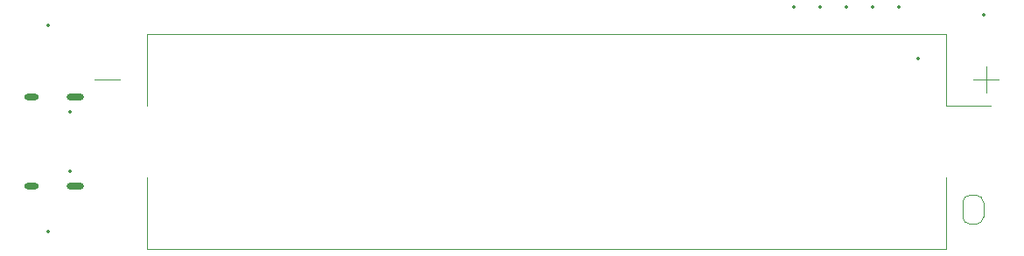
<source format=gbo>
%TF.GenerationSoftware,KiCad,Pcbnew,8.0.8*%
%TF.CreationDate,2025-04-24T21:45:02+02:00*%
%TF.ProjectId,LD2420_Radar_ESP32,4c443234-3230-45f5-9261-6461725f4553,rev?*%
%TF.SameCoordinates,Original*%
%TF.FileFunction,Legend,Bot*%
%TF.FilePolarity,Positive*%
%FSLAX46Y46*%
G04 Gerber Fmt 4.6, Leading zero omitted, Abs format (unit mm)*
G04 Created by KiCad (PCBNEW 8.0.8) date 2025-04-24 21:45:02*
%MOMM*%
%LPD*%
G01*
G04 APERTURE LIST*
%ADD10C,0.120000*%
%ADD11C,0.350000*%
%ADD12O,1.700000X0.600000*%
%ADD13O,1.400000X0.600000*%
G04 APERTURE END LIST*
D10*
%TO.C,BT1*%
X138500000Y-108000000D02*
X136000000Y-108000000D01*
X141110000Y-103580000D02*
X141110000Y-110560000D01*
X141110000Y-124440000D02*
X141110000Y-117440000D01*
X218390000Y-103560000D02*
X141110000Y-103560000D01*
X218390000Y-110560000D02*
X218390000Y-103560000D01*
X218390000Y-117440000D02*
X218390000Y-124440000D01*
X218390000Y-124440000D02*
X141110000Y-124440000D01*
X221000000Y-108000000D02*
X223500000Y-108000000D01*
X222250000Y-106750000D02*
X222250000Y-109250000D01*
X222750000Y-110560000D02*
X218390000Y-110560000D01*
%TO.C,JP1*%
X220000000Y-121300000D02*
X220000000Y-119900000D01*
X220700000Y-119200000D02*
X221300000Y-119200000D01*
X221300000Y-122000000D02*
X220700000Y-122000000D01*
X222000000Y-119900000D02*
X222000000Y-121300000D01*
X220000000Y-119900000D02*
G75*
G02*
X220700000Y-119200000I700000J0D01*
G01*
X220700000Y-122000000D02*
G75*
G02*
X220000000Y-121300000I-1J699999D01*
G01*
X221300000Y-119200000D02*
G75*
G02*
X222000000Y-119900000I0J-700000D01*
G01*
X222000000Y-121300000D02*
G75*
G02*
X221300000Y-122000000I-699999J-1D01*
G01*
%TD*%
D11*
X222000000Y-101750000D03*
X131500000Y-102750000D03*
X133605000Y-111110000D03*
X133605000Y-116890000D03*
D12*
X134105000Y-109680000D03*
D13*
X129925000Y-109680000D03*
D12*
X134105000Y-118320000D03*
D13*
X129925000Y-118320000D03*
D11*
X131500000Y-122750000D03*
X203675000Y-101000000D03*
X206215000Y-101000000D03*
X208755000Y-101000000D03*
X211295000Y-101000000D03*
X213835000Y-101000000D03*
X215680000Y-106000000D03*
M02*

</source>
